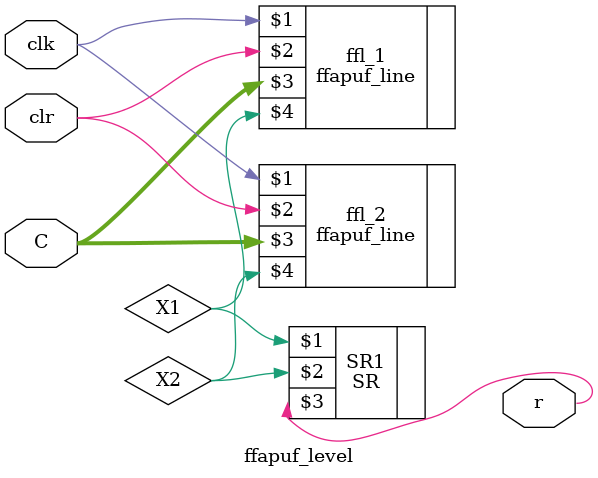
<source format=v>
`timescale 1ns / 1ps


module ffapuf_level(
    input clk,
    input clr,
    input [11:0]C,
    output r
    );
    
    wire X1,X2;
    
    (* dont_touch= "yes" *)ffapuf_line ffl_1(clk,clr,C[11:0],X1);
    (* dont_touch= "yes" *)ffapuf_line ffl_2(clk,clr,C[11:0],X2);
    
    SR SR1(X1,X2,r);
endmodule

</source>
